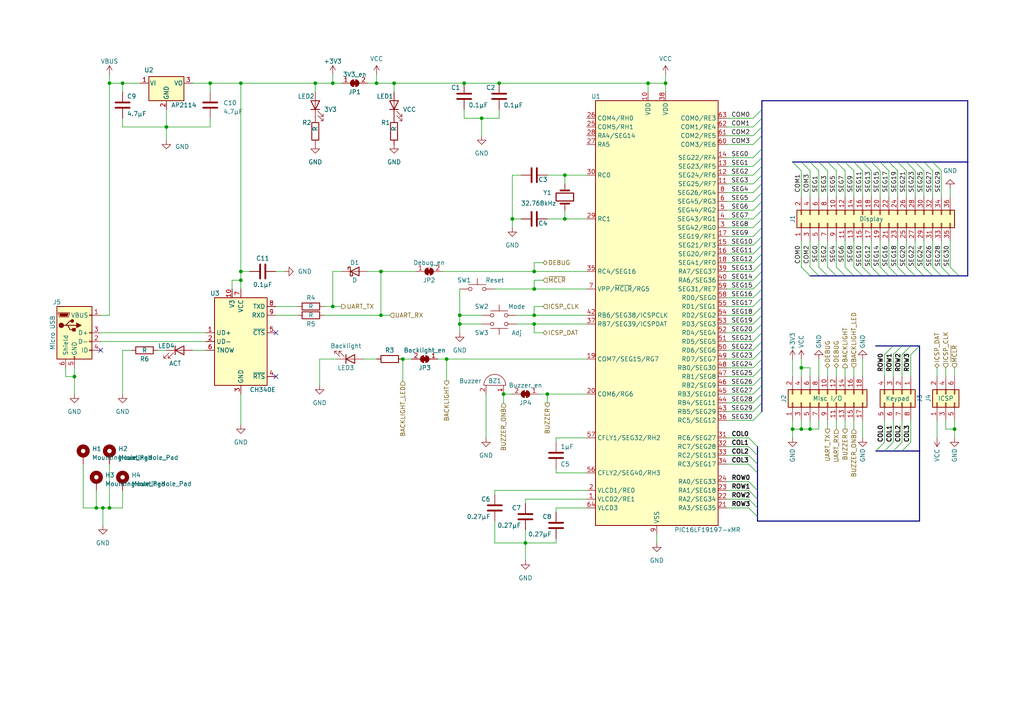
<source format=kicad_sch>
(kicad_sch (version 20221206) (generator eeschema)
  (paper "A4")
  (title_block (title "Power PIC Calculator Watch") (date "2022-05-12") (rev "2.0") (comment 1 "Designed by Rex McKinnon <0xff@rexploits.com>") (comment 2 "${KICAD_VERSION}"))
  (junction (at 35.56 24.13))
  (junction (at 31.75 24.13))
  (junction (at 148.59 63.5))
  (junction (at 158.75 114.3))
  (junction (at 133.35 91.44))
  (junction (at 232.41 106.68))
  (junction (at 187.96 24.13))
  (junction (at 110.49 78.74))
  (junction (at 29.845 147.32))
  (junction (at 139.7 34.29))
  (junction (at 21.59 109.22))
  (junction (at 69.85 24.13))
  (junction (at 152.4 157.48))
  (junction (at 163.83 50.8))
  (junction (at 133.35 93.98))
  (junction (at 69.85 78.74))
  (junction (at 232.41 124.46))
  (junction (at 154.94 83.82))
  (junction (at 60.96 24.13))
  (junction (at 91.44 24.13))
  (junction (at 129.54 104.14))
  (junction (at 154.94 93.98))
  (junction (at 96.52 24.13))
  (junction (at 31.75 147.32))
  (junction (at 234.95 124.46))
  (junction (at 276.86 124.46))
  (junction (at 154.94 91.44))
  (junction (at 229.87 124.46))
  (junction (at 114.3 24.13))
  (junction (at 116.84 104.14))
  (junction (at 280.67 46.99) (diameter 0.0127))
  (junction (at 134.62 24.13))
  (junction (at 163.83 63.5))
  (junction (at 154.94 78.74))
  (junction (at 110.49 91.44))
  (junction (at 193.04 24.13))
  (junction (at 109.22 24.13))
  (junction (at 48.26 36.83))
  (junction (at 69.85 81.28))
  (junction (at 146.05 114.3))
  (junction (at 27.94 147.32))
  (junction (at 144.78 24.13))
  (junction (at 266.7 130.81) (diameter 0.0127))
  (junction (at 96.52 88.9))
  (no_connect (at 80.01 96.52))
  (no_connect (at 80.01 109.22))
  (no_connect (at 29.21 101.6))
  (bus_entry (at 240.03 77.47) (size 2.54 2.54))
  (bus_entry (at 270.51 77.47) (size 2.54 2.54))
  (bus_entry (at 267.97 49.53) (size -2.54 -2.54))
  (bus_entry (at 218.44 66.04) (size 2.54 -2.54))
  (bus_entry (at 218.44 106.68) (size 2.54 -2.54))
  (bus_entry (at 218.44 71.12) (size 2.54 -2.54))
  (bus_entry (at 275.59 77.47) (size 2.54 2.54))
  (bus_entry (at 217.17 144.78) (size 2.54 2.54))
  (bus_entry (at 257.81 49.53) (size -2.54 -2.54))
  (bus_entry (at 218.44 55.88) (size 2.54 -2.54))
  (bus_entry (at 264.16 128.27) (size -2.54 2.54))
  (bus_entry (at 218.44 86.36) (size 2.54 -2.54))
  (bus_entry (at 242.57 77.47) (size 2.54 2.54))
  (bus_entry (at 218.44 36.83) (size 2.54 -2.54))
  (bus_entry (at 255.27 77.47) (size 2.54 2.54))
  (bus_entry (at 245.11 49.53) (size -2.54 -2.54))
  (bus_entry (at 218.44 50.8) (size 2.54 -2.54))
  (bus_entry (at 218.44 109.22) (size 2.54 -2.54))
  (bus_entry (at 264.16 102.87) (size 2.54 -2.54))
  (bus_entry (at 218.44 81.28) (size 2.54 -2.54))
  (bus_entry (at 218.44 60.96) (size 2.54 -2.54))
  (bus_entry (at 218.44 53.34) (size 2.54 -2.54))
  (bus_entry (at 217.17 134.62) (size 2.54 2.54))
  (bus_entry (at 250.19 77.47) (size 2.54 2.54))
  (bus_entry (at 261.62 128.27) (size -2.54 2.54))
  (bus_entry (at 218.44 91.44) (size 2.54 -2.54))
  (bus_entry (at 252.73 49.53) (size -2.54 -2.54))
  (bus_entry (at 218.44 93.98) (size 2.54 -2.54))
  (bus_entry (at 218.44 73.66) (size 2.54 -2.54))
  (bus_entry (at 218.44 88.9) (size 2.54 -2.54))
  (bus_entry (at 260.35 77.47) (size 2.54 2.54))
  (bus_entry (at 218.44 34.29) (size 2.54 -2.54))
  (bus_entry (at 273.05 77.47) (size 2.54 2.54))
  (bus_entry (at 256.54 128.27) (size -2.54 2.54))
  (bus_entry (at 257.81 77.47) (size 2.54 2.54))
  (bus_entry (at 234.95 77.47) (size 2.54 2.54))
  (bus_entry (at 218.44 68.58) (size 2.54 -2.54))
  (bus_entry (at 245.11 77.47) (size 2.54 2.54))
  (bus_entry (at 273.05 49.53) (size -2.54 -2.54))
  (bus_entry (at 255.27 49.53) (size -2.54 -2.54))
  (bus_entry (at 218.44 76.2) (size 2.54 -2.54))
  (bus_entry (at 217.17 132.08) (size 2.54 2.54))
  (bus_entry (at 262.89 77.47) (size 2.54 2.54))
  (bus_entry (at 234.95 49.53) (size -2.54 -2.54))
  (bus_entry (at 218.44 63.5) (size 2.54 -2.54))
  (bus_entry (at 217.17 129.54) (size 2.54 2.54))
  (bus_entry (at 217.17 127) (size 2.54 2.54))
  (bus_entry (at 262.89 49.53) (size -2.54 -2.54))
  (bus_entry (at 256.54 102.87) (size 2.54 -2.54))
  (bus_entry (at 250.19 49.53) (size -2.54 -2.54))
  (bus_entry (at 267.97 77.47) (size 2.54 2.54))
  (bus_entry (at 218.44 101.6) (size 2.54 -2.54))
  (bus_entry (at 218.44 119.38) (size 2.54 -2.54))
  (bus_entry (at 218.44 104.14) (size 2.54 -2.54))
  (bus_entry (at 237.49 77.47) (size 2.54 2.54))
  (bus_entry (at 260.35 49.53) (size -2.54 -2.54))
  (bus_entry (at 218.44 39.37) (size 2.54 -2.54))
  (bus_entry (at 218.44 78.74) (size 2.54 -2.54))
  (bus_entry (at 247.65 77.47) (size 2.54 2.54))
  (bus_entry (at 252.73 77.47) (size 2.54 2.54))
  (bus_entry (at 265.43 77.47) (size 2.54 2.54))
  (bus_entry (at 218.44 83.82) (size 2.54 -2.54))
  (bus_entry (at 237.49 49.53) (size -2.54 -2.54))
  (bus_entry (at 261.62 102.87) (size 2.54 -2.54))
  (bus_entry (at 247.65 49.53) (size -2.54 -2.54))
  (bus_entry (at 259.08 128.27) (size -2.54 2.54))
  (bus_entry (at 218.44 116.84) (size 2.54 -2.54))
  (bus_entry (at 218.44 45.72) (size 2.54 -2.54))
  (bus_entry (at 218.44 41.91) (size 2.54 -2.54))
  (bus_entry (at 259.08 102.87) (size 2.54 -2.54))
  (bus_entry (at 218.44 111.76) (size 2.54 -2.54))
  (bus_entry (at 234.95 80.01) (size -2.54 -2.54))
  (bus_entry (at 240.03 49.53) (size -2.54 -2.54))
  (bus_entry (at 218.44 48.26) (size 2.54 -2.54))
  (bus_entry (at 218.44 99.06) (size 2.54 -2.54))
  (bus_entry (at 217.17 139.7) (size 2.54 2.54))
  (bus_entry (at 217.17 147.32) (size 2.54 2.54))
  (bus_entry (at 270.51 49.53) (size -2.54 -2.54))
  (bus_entry (at 218.44 114.3) (size 2.54 -2.54))
  (bus_entry (at 218.44 58.42) (size 2.54 -2.54))
  (bus_entry (at 218.44 121.92) (size 2.54 -2.54))
  (bus_entry (at 265.43 49.53) (size -2.54 -2.54))
  (bus_entry (at 217.17 142.24) (size 2.54 2.54))
  (bus_entry (at 218.44 96.52) (size 2.54 -2.54))
  (bus_entry (at 232.41 49.53) (size -2.54 -2.54))
  (bus_entry (at 242.57 49.53) (size -2.54 -2.54))
  (wire (pts (xy 210.82 83.82) (xy 218.44 83.82)))
  (wire (pts (xy 152.4 157.48) (xy 152.4 153.67)))
  (wire (pts (xy 240.03 106.68) (xy 240.03 109.22)))
  (bus (pts (xy 266.7 100.33) (xy 264.16 100.33)))
  (wire (pts (xy 247.65 106.68) (xy 247.65 109.22)))
  (wire (pts (xy 96.52 21.59) (xy 96.52 24.13)))
  (wire (pts (xy 210.82 50.8) (xy 218.44 50.8)))
  (bus (pts (xy 220.98 50.8) (xy 220.98 53.34)))
  (wire (pts (xy 69.85 123.19) (xy 69.85 114.3)))
  (wire (pts (xy 170.18 50.8) (xy 163.83 50.8)))
  (wire (pts (xy 274.32 124.46) (xy 276.86 124.46)))
  (wire (pts (xy 146.05 114.3) (xy 148.59 114.3)))
  (bus (pts (xy 220.98 60.96) (xy 220.98 63.5)))
  (wire (pts (xy 128.27 78.74) (xy 154.94 78.74)))
  (bus (pts (xy 220.98 114.3) (xy 220.98 116.84)))
  (wire (pts (xy 210.82 41.91) (xy 218.44 41.91)))
  (bus (pts (xy 266.7 100.33) (xy 266.7 130.81)))
  (wire (pts (xy 229.87 124.46) (xy 229.87 127)))
  (wire (pts (xy 210.82 73.66) (xy 218.44 73.66)))
  (bus (pts (xy 245.11 46.99) (xy 247.65 46.99)))
  (wire (pts (xy 237.49 104.14) (xy 237.49 109.22)))
  (wire (pts (xy 19.05 109.22) (xy 21.59 109.22)))
  (wire (pts (xy 252.73 49.53) (xy 252.73 57.15)))
  (bus (pts (xy 220.98 68.58) (xy 220.98 71.12)))
  (wire (pts (xy 69.85 24.13) (xy 91.44 24.13)))
  (bus (pts (xy 255.27 80.01) (xy 257.81 80.01)))
  (bus (pts (xy 260.35 80.01) (xy 262.89 80.01)))
  (wire (pts (xy 114.3 24.13) (xy 114.3 26.67)))
  (bus (pts (xy 234.95 80.01) (xy 237.49 80.01)))
  (wire (pts (xy 232.41 124.46) (xy 229.87 124.46)))
  (wire (pts (xy 140.97 114.3) (xy 140.97 127)))
  (wire (pts (xy 146.05 114.3) (xy 146.05 116.84)))
  (wire (pts (xy 109.22 24.13) (xy 114.3 24.13)))
  (wire (pts (xy 210.82 91.44) (xy 218.44 91.44)))
  (wire (pts (xy 158.75 116.84) (xy 158.75 114.3)))
  (bus (pts (xy 229.87 46.99) (xy 232.41 46.99)))
  (wire (pts (xy 21.59 106.68) (xy 21.59 109.22)))
  (wire (pts (xy 261.62 121.92) (xy 261.62 128.27)))
  (wire (pts (xy 116.84 104.14) (xy 119.38 104.14)))
  (wire (pts (xy 210.82 60.96) (xy 218.44 60.96)))
  (wire (pts (xy 210.82 144.78) (xy 217.17 144.78)))
  (wire (pts (xy 35.56 26.67) (xy 35.56 24.13)))
  (wire (pts (xy 275.59 69.85) (xy 275.59 77.47)))
  (wire (pts (xy 21.59 109.22) (xy 21.59 114.3)))
  (wire (pts (xy 210.82 114.3) (xy 218.44 114.3)))
  (bus (pts (xy 220.98 29.21) (xy 220.98 31.75)))
  (wire (pts (xy 260.35 69.85) (xy 260.35 77.47)))
  (bus (pts (xy 220.98 66.04) (xy 220.98 68.58)))
  (wire (pts (xy 93.98 88.9) (xy 96.52 88.9)))
  (bus (pts (xy 220.98 55.88) (xy 220.98 58.42)))
  (wire (pts (xy 232.41 104.14) (xy 232.41 106.68)))
  (wire (pts (xy 161.29 157.48) (xy 152.4 157.48)))
  (wire (pts (xy 267.97 49.53) (xy 267.97 57.15)))
  (wire (pts (xy 109.22 24.13) (xy 106.68 24.13)))
  (wire (pts (xy 187.96 24.13) (xy 187.96 26.67)))
  (wire (pts (xy 29.21 99.06) (xy 59.69 99.06)))
  (bus (pts (xy 220.98 73.66) (xy 220.98 76.2)))
  (bus (pts (xy 219.71 132.08) (xy 219.71 134.62)))
  (wire (pts (xy 154.94 93.98) (xy 170.18 93.98)))
  (wire (pts (xy 96.52 78.74) (xy 96.52 88.9)))
  (wire (pts (xy 245.11 49.53) (xy 245.11 57.15)))
  (wire (pts (xy 31.75 134.62) (xy 31.75 147.32)))
  (bus (pts (xy 240.03 80.01) (xy 242.57 80.01)))
  (wire (pts (xy 259.08 102.87) (xy 259.08 109.22)))
  (wire (pts (xy 210.82 104.14) (xy 218.44 104.14)))
  (wire (pts (xy 170.18 144.78) (xy 152.4 144.78)))
  (wire (pts (xy 35.56 36.83) (xy 48.26 36.83)))
  (bus (pts (xy 265.43 80.01) (xy 267.97 80.01)))
  (wire (pts (xy 154.94 78.74) (xy 170.18 78.74)))
  (bus (pts (xy 242.57 46.99) (xy 245.11 46.99)))
  (wire (pts (xy 133.35 91.44) (xy 133.35 83.82)))
  (wire (pts (xy 210.82 39.37) (xy 218.44 39.37)))
  (wire (pts (xy 45.72 101.6) (xy 48.26 101.6)))
  (wire (pts (xy 210.82 68.58) (xy 218.44 68.58)))
  (wire (pts (xy 210.82 111.76) (xy 218.44 111.76)))
  (wire (pts (xy 237.49 124.46) (xy 234.95 124.46)))
  (wire (pts (xy 267.97 69.85) (xy 267.97 77.47)))
  (wire (pts (xy 193.04 21.59) (xy 193.04 24.13)))
  (bus (pts (xy 261.62 130.81) (xy 259.08 130.81)))
  (wire (pts (xy 210.82 101.6) (xy 218.44 101.6)))
  (wire (pts (xy 275.59 54.61) (xy 275.59 57.15)))
  (wire (pts (xy 229.87 104.14) (xy 229.87 109.22)))
  (bus (pts (xy 220.98 53.34) (xy 220.98 55.88)))
  (wire (pts (xy 234.95 121.92) (xy 234.95 124.46)))
  (wire (pts (xy 257.81 69.85) (xy 257.81 77.47)))
  (wire (pts (xy 69.85 81.28) (xy 69.85 83.82)))
  (wire (pts (xy 116.84 104.14) (xy 116.84 110.49)))
  (wire (pts (xy 99.06 24.13) (xy 96.52 24.13)))
  (wire (pts (xy 29.845 147.32) (xy 29.845 152.4)))
  (wire (pts (xy 35.56 142.24) (xy 35.56 147.32)))
  (wire (pts (xy 210.82 53.34) (xy 218.44 53.34)))
  (wire (pts (xy 234.95 109.22) (xy 234.95 106.68)))
  (wire (pts (xy 143.51 142.24) (xy 143.51 143.51)))
  (wire (pts (xy 67.31 83.82) (xy 67.31 81.28)))
  (wire (pts (xy 210.82 134.62) (xy 217.17 134.62)))
  (wire (pts (xy 144.78 34.29) (xy 139.7 34.29)))
  (wire (pts (xy 259.08 121.92) (xy 259.08 128.27)))
  (bus (pts (xy 242.57 80.01) (xy 245.11 80.01)))
  (wire (pts (xy 149.86 93.98) (xy 154.94 93.98)))
  (wire (pts (xy 92.71 104.14) (xy 92.71 111.76)))
  (wire (pts (xy 242.57 106.68) (xy 242.57 109.22)))
  (wire (pts (xy 274.32 121.92) (xy 274.32 124.46)))
  (bus (pts (xy 250.19 80.01) (xy 252.73 80.01)))
  (bus (pts (xy 273.05 80.01) (xy 275.59 80.01)))
  (wire (pts (xy 139.7 34.29) (xy 139.7 39.37)))
  (wire (pts (xy 240.03 121.92) (xy 240.03 124.46)))
  (wire (pts (xy 242.57 121.92) (xy 242.57 124.46)))
  (wire (pts (xy 154.94 83.82) (xy 170.18 83.82)))
  (bus (pts (xy 220.98 101.6) (xy 220.98 104.14)))
  (wire (pts (xy 149.86 91.44) (xy 154.94 91.44)))
  (wire (pts (xy 163.83 63.5) (xy 170.18 63.5)))
  (bus (pts (xy 220.98 36.83) (xy 220.98 39.37)))
  (bus (pts (xy 219.71 147.32) (xy 219.71 149.86)))
  (bus (pts (xy 220.98 48.26) (xy 220.98 50.8)))
  (wire (pts (xy 237.49 121.92) (xy 237.49 124.46)))
  (wire (pts (xy 245.11 69.85) (xy 245.11 77.47)))
  (wire (pts (xy 242.57 49.53) (xy 242.57 57.15)))
  (wire (pts (xy 151.13 50.8) (xy 148.59 50.8)))
  (wire (pts (xy 109.22 104.14) (xy 105.41 104.14)))
  (wire (pts (xy 163.83 60.96) (xy 163.83 63.5)))
  (wire (pts (xy 60.96 26.67) (xy 60.96 24.13)))
  (wire (pts (xy 148.59 63.5) (xy 151.13 63.5)))
  (wire (pts (xy 256.54 102.87) (xy 256.54 109.22)))
  (bus (pts (xy 219.71 151.13) (xy 266.7 151.13)))
  (wire (pts (xy 129.54 104.14) (xy 170.18 104.14)))
  (wire (pts (xy 161.29 127) (xy 161.29 128.27)))
  (wire (pts (xy 210.82 147.32) (xy 217.17 147.32)))
  (wire (pts (xy 210.82 121.92) (xy 218.44 121.92)))
  (wire (pts (xy 274.32 106.68) (xy 274.32 109.22)))
  (wire (pts (xy 91.44 24.13) (xy 91.44 26.67)))
  (bus (pts (xy 232.41 46.99) (xy 234.95 46.99)))
  (bus (pts (xy 220.98 106.68) (xy 220.98 109.22)))
  (wire (pts (xy 276.86 121.92) (xy 276.86 124.46)))
  (wire (pts (xy 143.51 151.13) (xy 143.51 157.48)))
  (bus (pts (xy 255.27 46.99) (xy 257.81 46.99)))
  (wire (pts (xy 242.57 69.85) (xy 242.57 77.47)))
  (wire (pts (xy 229.87 121.92) (xy 229.87 124.46)))
  (wire (pts (xy 255.27 49.53) (xy 255.27 57.15)))
  (bus (pts (xy 256.54 130.81) (xy 254 130.81)))
  (wire (pts (xy 261.62 102.87) (xy 261.62 109.22)))
  (bus (pts (xy 220.98 99.06) (xy 220.98 101.6)))
  (wire (pts (xy 133.35 93.98) (xy 133.35 91.44)))
  (wire (pts (xy 29.21 96.52) (xy 59.69 96.52)))
  (wire (pts (xy 144.78 31.75) (xy 144.78 34.29)))
  (wire (pts (xy 210.82 45.72) (xy 218.44 45.72)))
  (wire (pts (xy 232.41 106.68) (xy 234.95 106.68)))
  (wire (pts (xy 35.56 34.29) (xy 35.56 36.83)))
  (wire (pts (xy 154.94 76.2) (xy 157.48 76.2)))
  (bus (pts (xy 220.98 34.29) (xy 220.98 36.83)))
  (wire (pts (xy 170.18 147.32) (xy 161.29 147.32)))
  (wire (pts (xy 60.96 36.83) (xy 48.26 36.83)))
  (bus (pts (xy 219.71 144.78) (xy 219.71 147.32)))
  (bus (pts (xy 252.73 46.99) (xy 255.27 46.99)))
  (bus (pts (xy 237.49 80.01) (xy 240.03 80.01)))
  (bus (pts (xy 262.89 46.99) (xy 265.43 46.99)))
  (bus (pts (xy 237.49 46.99) (xy 240.03 46.99)))
  (wire (pts (xy 264.16 121.92) (xy 264.16 128.27)))
  (wire (pts (xy 245.11 121.92) (xy 245.11 124.46)))
  (wire (pts (xy 240.03 69.85) (xy 240.03 77.47)))
  (wire (pts (xy 245.11 106.68) (xy 245.11 109.22)))
  (wire (pts (xy 163.83 53.34) (xy 163.83 50.8)))
  (wire (pts (xy 38.1 101.6) (xy 35.56 101.6)))
  (wire (pts (xy 29.845 147.32) (xy 31.75 147.32)))
  (wire (pts (xy 210.82 66.04) (xy 218.44 66.04)))
  (bus (pts (xy 219.71 137.16) (xy 219.71 142.24)))
  (wire (pts (xy 250.19 69.85) (xy 250.19 77.47)))
  (wire (pts (xy 27.94 142.24) (xy 27.94 147.32)))
  (bus (pts (xy 266.7 130.81) (xy 266.7 151.13)))
  (bus (pts (xy 220.98 111.76) (xy 220.98 114.3)))
  (wire (pts (xy 55.88 24.13) (xy 60.96 24.13)))
  (wire (pts (xy 210.82 93.98) (xy 218.44 93.98)))
  (bus (pts (xy 220.98 88.9) (xy 220.98 91.44)))
  (wire (pts (xy 31.75 91.44) (xy 29.21 91.44)))
  (wire (pts (xy 154.94 96.52) (xy 154.94 93.98)))
  (wire (pts (xy 265.43 69.85) (xy 265.43 77.47)))
  (wire (pts (xy 158.75 63.5) (xy 163.83 63.5)))
  (wire (pts (xy 210.82 34.29) (xy 218.44 34.29)))
  (bus (pts (xy 220.98 83.82) (xy 220.98 86.36)))
  (wire (pts (xy 152.4 157.48) (xy 152.4 162.56)))
  (wire (pts (xy 154.94 81.28) (xy 154.94 83.82)))
  (wire (pts (xy 31.75 147.32) (xy 35.56 147.32)))
  (wire (pts (xy 69.85 78.74) (xy 69.85 81.28)))
  (wire (pts (xy 133.35 93.98) (xy 139.7 93.98)))
  (wire (pts (xy 60.96 34.29) (xy 60.96 36.83)))
  (bus (pts (xy 270.51 46.99) (xy 280.67 46.99)))
  (wire (pts (xy 154.94 96.52) (xy 157.48 96.52)))
  (bus (pts (xy 247.65 80.01) (xy 250.19 80.01)))
  (wire (pts (xy 96.52 78.74) (xy 99.06 78.74)))
  (wire (pts (xy 80.01 91.44) (xy 86.36 91.44)))
  (wire (pts (xy 232.41 124.46) (xy 234.95 124.46)))
  (wire (pts (xy 69.85 78.74) (xy 72.39 78.74)))
  (wire (pts (xy 190.5 154.94) (xy 190.5 157.48)))
  (bus (pts (xy 219.71 149.86) (xy 219.71 151.13)))
  (bus (pts (xy 267.97 46.99) (xy 270.51 46.99)))
  (wire (pts (xy 154.94 88.9) (xy 154.94 91.44)))
  (wire (pts (xy 257.81 49.53) (xy 257.81 57.15)))
  (bus (pts (xy 219.71 142.24) (xy 219.71 144.78)))
  (wire (pts (xy 210.82 58.42) (xy 218.44 58.42)))
  (wire (pts (xy 265.43 49.53) (xy 265.43 57.15)))
  (wire (pts (xy 91.44 24.13) (xy 96.52 24.13)))
  (wire (pts (xy 210.82 48.26) (xy 218.44 48.26)))
  (wire (pts (xy 210.82 116.84) (xy 218.44 116.84)))
  (wire (pts (xy 31.75 24.13) (xy 31.75 91.44)))
  (wire (pts (xy 232.41 49.53) (xy 232.41 57.15)))
  (wire (pts (xy 210.82 36.83) (xy 218.44 36.83)))
  (wire (pts (xy 110.49 78.74) (xy 120.65 78.74)))
  (wire (pts (xy 210.82 96.52) (xy 218.44 96.52)))
  (wire (pts (xy 158.75 50.8) (xy 163.83 50.8)))
  (wire (pts (xy 247.65 121.92) (xy 247.65 124.46)))
  (wire (pts (xy 210.82 88.9) (xy 218.44 88.9)))
  (wire (pts (xy 210.82 63.5) (xy 218.44 63.5)))
  (wire (pts (xy 129.54 104.14) (xy 129.54 110.49)))
  (wire (pts (xy 210.82 86.36) (xy 218.44 86.36)))
  (wire (pts (xy 35.56 24.13) (xy 40.64 24.13)))
  (wire (pts (xy 271.78 106.68) (xy 271.78 109.22)))
  (wire (pts (xy 24.13 134.62) (xy 24.13 147.32)))
  (wire (pts (xy 170.18 127) (xy 161.29 127)))
  (wire (pts (xy 144.78 24.13) (xy 187.96 24.13)))
  (bus (pts (xy 278.13 80.01) (xy 280.67 80.01)))
  (bus (pts (xy 220.98 58.42) (xy 220.98 60.96)))
  (wire (pts (xy 48.26 31.75) (xy 48.26 36.83)))
  (wire (pts (xy 210.82 132.08) (xy 217.17 132.08)))
  (bus (pts (xy 220.98 116.84) (xy 220.98 119.38)))
  (bus (pts (xy 280.67 80.01) (xy 280.67 46.99)))
  (wire (pts (xy 250.19 104.14) (xy 250.19 109.22)))
  (bus (pts (xy 259.08 130.81) (xy 256.54 130.81)))
  (wire (pts (xy 250.19 121.92) (xy 250.19 127)))
  (wire (pts (xy 210.82 55.88) (xy 218.44 55.88)))
  (bus (pts (xy 257.81 46.99) (xy 260.35 46.99)))
  (wire (pts (xy 250.19 49.53) (xy 250.19 57.15)))
  (bus (pts (xy 220.98 71.12) (xy 220.98 73.66)))
  (wire (pts (xy 210.82 71.12) (xy 218.44 71.12)))
  (wire (pts (xy 271.78 121.92) (xy 271.78 127)))
  (wire (pts (xy 93.98 91.44) (xy 110.49 91.44)))
  (wire (pts (xy 127 104.14) (xy 129.54 104.14)))
  (bus (pts (xy 220.98 63.5) (xy 220.98 66.04)))
  (wire (pts (xy 270.51 49.53) (xy 270.51 57.15)))
  (wire (pts (xy 48.26 36.83) (xy 48.26 40.64)))
  (wire (pts (xy 109.22 21.59) (xy 109.22 24.13)))
  (bus (pts (xy 220.98 39.37) (xy 220.98 43.18)))
  (wire (pts (xy 262.89 49.53) (xy 262.89 57.15)))
  (bus (pts (xy 234.95 46.99) (xy 237.49 46.99)))
  (wire (pts (xy 31.75 24.13) (xy 35.56 24.13)))
  (wire (pts (xy 237.49 69.85) (xy 237.49 77.47)))
  (bus (pts (xy 245.11 80.01) (xy 247.65 80.01)))
  (bus (pts (xy 240.03 46.99) (xy 242.57 46.99)))
  (wire (pts (xy 156.21 114.3) (xy 158.75 114.3)))
  (wire (pts (xy 262.89 69.85) (xy 262.89 77.47)))
  (bus (pts (xy 220.98 29.21) (xy 280.67 29.21)))
  (bus (pts (xy 267.97 80.01) (xy 270.51 80.01)))
  (wire (pts (xy 170.18 137.16) (xy 161.29 137.16)))
  (wire (pts (xy 210.82 78.74) (xy 218.44 78.74)))
  (wire (pts (xy 210.82 119.38) (xy 218.44 119.38)))
  (wire (pts (xy 157.48 81.28) (xy 154.94 81.28)))
  (wire (pts (xy 161.29 156.21) (xy 161.29 157.48)))
  (bus (pts (xy 261.62 130.81) (xy 266.7 130.81)))
  (wire (pts (xy 273.05 69.85) (xy 273.05 77.47)))
  (bus (pts (xy 220.98 45.72) (xy 220.98 48.26)))
  (wire (pts (xy 210.82 76.2) (xy 218.44 76.2)))
  (bus (pts (xy 220.98 109.22) (xy 220.98 111.76)))
  (wire (pts (xy 210.82 99.06) (xy 218.44 99.06)))
  (bus (pts (xy 257.81 80.01) (xy 260.35 80.01)))
  (bus (pts (xy 259.08 100.33) (xy 254 100.33)))
  (wire (pts (xy 31.75 21.59) (xy 31.75 24.13)))
  (bus (pts (xy 261.62 100.33) (xy 264.16 100.33)))
  (wire (pts (xy 143.51 83.82) (xy 154.94 83.82)))
  (wire (pts (xy 134.62 34.29) (xy 134.62 31.75)))
  (wire (pts (xy 60.96 24.13) (xy 69.85 24.13)))
  (wire (pts (xy 210.82 81.28) (xy 218.44 81.28)))
  (wire (pts (xy 210.82 142.24) (xy 217.17 142.24)))
  (bus (pts (xy 265.43 46.99) (xy 267.97 46.99)))
  (bus (pts (xy 220.98 31.75) (xy 220.98 34.29)))
  (bus (pts (xy 220.98 93.98) (xy 220.98 96.52)))
  (wire (pts (xy 240.03 49.53) (xy 240.03 57.15)))
  (wire (pts (xy 82.55 78.74) (xy 80.01 78.74)))
  (wire (pts (xy 256.54 121.92) (xy 256.54 128.27)))
  (wire (pts (xy 148.59 63.5) (xy 148.59 66.04)))
  (wire (pts (xy 210.82 106.68) (xy 218.44 106.68)))
  (bus (pts (xy 219.71 134.62) (xy 219.71 137.16)))
  (wire (pts (xy 255.27 69.85) (xy 255.27 77.47)))
  (wire (pts (xy 232.41 106.68) (xy 232.41 109.22)))
  (wire (pts (xy 276.86 106.68) (xy 276.86 109.22)))
  (wire (pts (xy 96.52 88.9) (xy 99.06 88.9)))
  (wire (pts (xy 247.65 49.53) (xy 247.65 57.15)))
  (wire (pts (xy 24.13 147.32) (xy 27.94 147.32)))
  (wire (pts (xy 234.95 49.53) (xy 234.95 57.15)))
  (bus (pts (xy 250.19 46.99) (xy 252.73 46.99)))
  (wire (pts (xy 152.4 144.78) (xy 152.4 146.05)))
  (wire (pts (xy 143.51 157.48) (xy 152.4 157.48)))
  (wire (pts (xy 193.04 24.13) (xy 187.96 24.13)))
  (wire (pts (xy 210.82 129.54) (xy 217.17 129.54)))
  (bus (pts (xy 220.98 81.28) (xy 220.98 83.82)))
  (bus (pts (xy 220.98 76.2) (xy 220.98 78.74)))
  (wire (pts (xy 19.05 106.68) (xy 19.05 109.22)))
  (wire (pts (xy 27.94 147.32) (xy 29.845 147.32)))
  (wire (pts (xy 55.88 101.6) (xy 59.69 101.6)))
  (wire (pts (xy 154.94 76.2) (xy 154.94 78.74)))
  (wire (pts (xy 158.75 114.3) (xy 170.18 114.3)))
  (wire (pts (xy 110.49 78.74) (xy 110.49 91.44)))
  (bus (pts (xy 262.89 80.01) (xy 265.43 80.01)))
  (bus (pts (xy 280.67 29.21) (xy 280.67 46.99)))
  (wire (pts (xy 193.04 26.67) (xy 193.04 24.13)))
  (wire (pts (xy 154.94 91.44) (xy 170.18 91.44)))
  (bus (pts (xy 220.98 96.52) (xy 220.98 99.06)))
  (bus (pts (xy 260.35 46.99) (xy 262.89 46.99)))
  (wire (pts (xy 161.29 147.32) (xy 161.29 148.59)))
  (wire (pts (xy 273.05 49.53) (xy 273.05 57.15)))
  (bus (pts (xy 220.98 43.18) (xy 220.98 45.72)))
  (bus (pts (xy 220.98 78.74) (xy 220.98 81.28)))
  (wire (pts (xy 237.49 49.53) (xy 237.49 57.15)))
  (wire (pts (xy 234.95 69.85) (xy 234.95 77.47)))
  (wire (pts (xy 134.62 24.13) (xy 144.78 24.13)))
  (wire (pts (xy 260.35 49.53) (xy 260.35 57.15)))
  (bus (pts (xy 219.71 129.54) (xy 219.71 132.08)))
  (wire (pts (xy 110.49 91.44) (xy 113.03 91.44)))
  (wire (pts (xy 232.41 121.92) (xy 232.41 124.46)))
  (wire (pts (xy 210.82 139.7) (xy 217.17 139.7)))
  (bus (pts (xy 259.08 100.33) (xy 261.62 100.33)))
  (bus (pts (xy 270.51 80.01) (xy 273.05 80.01)))
  (wire (pts (xy 161.29 137.16) (xy 161.29 135.89)))
  (wire (pts (xy 210.82 109.22) (xy 218.44 109.22)))
  (wire (pts (xy 69.85 24.13) (xy 69.85 78.74)))
  (wire (pts (xy 170.18 142.24) (xy 143.51 142.24)))
  (wire (pts (xy 148.59 50.8) (xy 148.59 63.5)))
  (wire (pts (xy 247.65 69.85) (xy 247.65 77.47)))
  (bus (pts (xy 220.98 91.44) (xy 220.98 93.98)))
  (bus (pts (xy 252.73 80.01) (xy 255.27 80.01)))
  (wire (pts (xy 157.48 88.9) (xy 154.94 88.9)))
  (wire (pts (xy 252.73 69.85) (xy 252.73 77.47)))
  (wire (pts (xy 232.41 69.85) (xy 232.41 77.47)))
  (bus (pts (xy 275.59 80.01) (xy 278.13 80.01)))
  (bus (pts (xy 247.65 46.99) (xy 250.19 46.99)))
  (wire (pts (xy 97.79 104.14) (xy 92.71 104.14)))
  (bus (pts (xy 220.98 86.36) (xy 220.98 88.9)))
  (wire (pts (xy 264.16 102.87) (xy 264.16 109.22)))
  (wire (pts (xy 210.82 127) (xy 217.17 127)))
  (wire (pts (xy 133.35 96.52) (xy 133.35 93.98)))
  (wire (pts (xy 80.01 88.9) (xy 86.36 88.9)))
  (wire (pts (xy 133.35 91.44) (xy 139.7 91.44)))
  (wire (pts (xy 106.68 78.74) (xy 110.49 78.74)))
  (wire (pts (xy 114.3 24.13) (xy 134.62 24.13)))
  (wire (pts (xy 67.31 81.28) (xy 69.85 81.28)))
  (wire (pts (xy 276.86 124.46) (xy 276.86 127)))
  (wire (pts (xy 139.7 34.29) (xy 134.62 34.29)))
  (wire (pts (xy 35.56 101.6) (xy 35.56 114.3)))
  (bus (pts (xy 220.98 104.14) (xy 220.98 106.68)))
  (wire (pts (xy 270.51 69.85) (xy 270.51 77.47)))
  (label "SEG4" (at 242.57 71.12 270))
  (label "ROW3" (at 212.09 147.32 0) (effects (font bold)))
  (label "SEG10" (at 212.09 71.12 0))
  (label "SEG6" (at 245.11 71.12 270))
  (label "SEG19" (at 260.35 55.88 90))
  (label "SEG8" (at 212.09 66.04 0))
  (label "SEG2" (at 212.09 50.8 0))
  (label "SEG27" (at 270.51 55.88 90))
  (label "SEG17" (at 212.09 88.9 0))
  (label "SEG26" (at 270.51 71.12 270))
  (label "ROW2" (at 212.09 144.78 0) (effects (font bold)))
  (label "SEG9" (at 212.09 68.58 0))
  (label "SEG30" (at 275.59 71.12 270))
  (label "SEG11" (at 212.09 73.66 0))
  (label "COL0" (at 212.09 127 0) (effects (font bold)))
  (label "SEG24" (at 212.09 106.68 0))
  (label "SEG13" (at 252.73 55.88 90))
  (label "SEG5" (at 212.09 58.42 0))
  (label "SEG3" (at 240.03 55.88 90))
  (label "SEG15" (at 212.09 83.82 0))
  (label "SEG20" (at 212.09 96.52 0))
  (label "SEG30" (at 212.09 121.92 0))
  (label "COL1" (at 212.09 129.54 0) (effects (font bold)))
  (label "SEG15" (at 255.27 55.88 90))
  (label "SEG29" (at 212.09 119.38 0))
  (label "SEG23" (at 212.09 104.14 0))
  (label "ROW0" (at 212.09 139.7 0) (effects (font bold)))
  (label "SEG14" (at 255.27 71.12 270))
  (label "SEG7" (at 212.09 63.5 0))
  (label "SEG28" (at 212.09 116.84 0))
  (label "SEG0" (at 237.49 71.12 270))
  (label "SEG24" (at 267.97 71.12 270))
  (label "SEG22" (at 212.09 101.6 0))
  (label "SEG19" (at 212.09 93.98 0))
  (label "SEG11" (at 250.19 55.88 90))
  (label "SEG13" (at 212.09 78.74 0))
  (label "SEG2" (at 240.03 71.12 270))
  (label "SEG10" (at 250.19 71.12 270))
  (label "COL3" (at 264.16 123.19 270) (effects (font bold)))
  (label "ROW1" (at 212.09 142.24 0) (effects (font bold)))
  (label "SEG4" (at 212.09 55.88 0))
  (label "COM1" (at 232.41 55.88 90))
  (label "ROW2" (at 261.62 107.95 90) (effects (font bold)))
  (label "SEG12" (at 252.73 71.12 270))
  (label "ROW0" (at 256.54 107.95 90) (effects (font bold)))
  (label "SEG8" (at 247.65 71.12 270))
  (label "SEG12" (at 212.09 76.2 0))
  (label "COM3" (at 212.09 41.91 0))
  (label "SEG22" (at 265.43 71.12 270))
  (label "COL3" (at 212.09 134.62 0) (effects (font bold)))
  (label "SEG21" (at 262.89 55.88 90))
  (label "SEG28" (at 273.05 71.12 270))
  (label "SEG16" (at 212.09 86.36 0))
  (label "SEG9" (at 247.65 55.88 90))
  (label "SEG5" (at 242.57 55.88 90))
  (label "COM0" (at 232.41 71.12 270))
  (label "SEG1" (at 237.49 55.88 90))
  (label "SEG18" (at 212.09 91.44 0))
  (label "COM2" (at 234.95 71.12 270))
  (label "SEG27" (at 212.09 114.3 0))
  (label "SEG23" (at 265.43 55.88 90))
  (label "SEG21" (at 212.09 99.06 0))
  (label "SEG14" (at 212.09 81.28 0))
  (label "COM3" (at 234.95 55.88 90))
  (label "SEG0" (at 212.09 45.72 0))
  (label "SEG20" (at 262.89 71.12 270))
  (label "SEG25" (at 212.09 109.22 0))
  (label "SEG16" (at 257.81 71.12 270))
  (label "ROW3" (at 264.16 107.95 90) (effects (font bold)))
  (label "SEG1" (at 212.09 48.26 0))
  (label "SEG17" (at 257.81 55.88 90))
  (label "COL2" (at 212.09 132.08 0) (effects (font bold)))
  (label "SEG25" (at 267.97 55.88 90))
  (label "COM1" (at 212.09 36.83 0))
  (label "SEG18" (at 260.35 71.12 270))
  (label "SEG6" (at 212.09 60.96 0))
  (label "COM0" (at 212.09 34.29 0))
  (label "SEG3" (at 212.09 53.34 0))
  (label "SEG7" (at 245.11 55.88 90))
  (label "COM2" (at 212.09 39.37 0))
  (label "SEG26" (at 212.09 111.76 0))
  (label "COL1" (at 259.08 123.19 270) (effects (font bold)))
  (label "COL2" (at 261.62 123.19 270) (effects (font bold)))
  (label "COL0" (at 256.54 123.19 270) (effects (font bold)))
  (label "SEG29" (at 273.05 55.88 90))
  (label "ROW1" (at 259.08 107.95 90) (effects (font bold)))
  (hierarchical_label "BACKLIGHT" (shape output) (at 245.11 106.68 90))
  (hierarchical_label "UART_RX" (shape input) (at 113.03 91.44 0))
  (hierarchical_label "ICSP_DAT" (shape bidirectional) (at 271.78 106.68 90))
  (hierarchical_label "ICSP_CLK" (shape input) (at 274.32 106.68 90))
  (hierarchical_label "BACKLIGHT_LED" (shape input) (at 116.84 110.49 270))
  (hierarchical_label "BACKLIGHT_LED" (shape input) (at 247.65 106.68 90))
  (hierarchical_label "UART_RX" (shape input) (at 242.57 124.46 270))
  (hierarchical_label "UART_TX" (shape output) (at 99.06 88.9 0))
  (hierarchical_label "BUZZER" (shape output) (at 158.75 116.84 270))
  (hierarchical_label "ICSP_DAT" (shape bidirectional) (at 157.48 96.52 0))
  (hierarchical_label "~{MCLR}" (shape input) (at 276.86 106.68 90))
  (hierarchical_label "UART_TX" (shape output) (at 240.03 124.46 270))
  (hierarchical_label "BACKLIGHT" (shape output) (at 129.54 110.49 270))
  (hierarchical_label "DEBUG" (shape bidirectional) (at 240.03 106.68 90))
  (hierarchical_label "DEBUG" (shape bidirectional) (at 157.48 76.2 0))
  (hierarchical_label "ICSP_CLK" (shape input) (at 157.48 88.9 0))
  (hierarchical_label "BUZZER" (shape output) (at 245.11 124.46 270))
  (hierarchical_label "~{MCLR}" (shape input) (at 157.48 81.28 0))
  (hierarchical_label "BUZZER_ONB" (shape input) (at 247.65 124.46 270))
  (hierarchical_label "DEBUG" (shape bidirectional) (at 242.57 106.68 90))
  (hierarchical_label "BUZZER_ONB" (shape input) (at 146.05 116.84 270))
  (symbol (lib_id "Device:LED") (at 114.3 30.48 90) (unit 1)
    (property "Reference" "LED1" (at 109.22 27.94 90) (effects (justify right)))
    (property "Value" "VCC" (at 116.84 31.75 90) (effects (justify right)))
    (property "Footprint" "LED_SMD:LED_0603_1608Metric" (effects hide))
  )
  (symbol (lib_id "Device:R") (at 113.03 104.14 270) (mirror x) (unit 1)
    (property "Reference" "R3" (at 113.03 101.6 90))
    (property "Value" "TBD" (effects hide))
    (property "Footprint" "Resistor_SMD:R_0603_1608Metric" (effects hide))
  )
  (symbol (lib_id "Device:R") (at 41.91 101.6 270) (unit 1)
    (property "Reference" "R6" (at 41.91 104.14 90))
    (property "Value" "R" (at 41.91 101.6 90))
    (property "Footprint" "Resistor_SMD:R_0603_1608Metric" (effects hide))
  )
  (symbol (lib_id "Device:LED") (at 91.44 30.48 90) (unit 1)
    (property "Reference" "LED2" (at 86.36 27.94 90) (effects (justify right)))
    (property "Value" "3V3" (at 93.98 31.75 90) (effects (justify right)))
    (property "Footprint" "LED_SMD:LED_0603_1608Metric" (effects hide))
  )
  (symbol (lib_id "power:VCC") (at 109.22 21.59 0) (unit 1)
    (property "Reference" "#PWR03" (effects hide))
    (property "Value" "VCC" (at 109.22 17.78 0) (effects (justify bottom)))
  )
  (symbol (lib_id "Connector_Generic:Conn_02x04_Counter_Clockwise") (at 261.62 114.3 270) (unit 1)
    (property "Reference" "J3" (at 266.7 115.57 0))
    (property "Value" "Keypad" (at 260.35 115.57 90))
    (property "Footprint" "Connector_PinHeader_2.54mm:PinHeader_2x04_P2.54mm_Vertical" (effects hide))
  )
  (symbol (lib_name "GND_1") (lib_id "power:GND") (at 229.87 127 0) (unit 1)
    (property "Reference" "#PWR032" (effects hide))
    (property "Value" "GND" (at 229.87 132.08 90))
  )
  (symbol (lib_name "VCC_1") (lib_id "power:VCC") (at 232.41 104.14 0) (unit 1)
    (property "Reference" "#PWR04" (effects hide))
    (property "Value" "VCC" (at 232.41 99.06 90))
  )
  (symbol (lib_id "Connector:USB_B_Micro") (at 21.59 96.52 0) (unit 1)
    (property "Reference" "J5" (at 16.51 87.63 0))
    (property "Value" "Micro USB" (at 15.24 96.52 90))
    (property "Footprint" "UPL-Connectors:USB_Micro-B_Receptacle_AdamTech_MCR-B-S-RA-SMT-CS5A-NF-TR" (effects hide))
  )
  (symbol (lib_id "power:GND") (at 275.59 54.61 180) (unit 1)
    (property "Reference" "#PWR0111" (effects hide))
    (property "Value" "GND" (at 275.59 49.53 0))
  )
  (symbol (lib_id "Mechanical:MountingHole_Pad") (at 31.75 132.08 0) (unit 1)
    (property "Reference" "H2" (at 34.29 130.175 0) (effects (justify left)))
    (property "Value" "MountingHole_Pad" (at 34.29 132.715 0) (effects (justify left)))
    (property "Footprint" "MountingHole:MountingHole_2.2mm_M2_Pad_Via" (effects hide))
  )
  (symbol (lib_id "Device:C") (at 161.29 152.4 0) (mirror y) (unit 1)
    (property "Reference" "C8" (at 160.02 149.86 0) (effects (justify left)))
    (property "Value" "0.27μF" (at 160.02 154.94 0) (effects (justify left)))
    (property "Footprint" "Capacitor_SMD:C_0603_1608Metric" (effects hide))
  )
  (symbol (lib_id "Mechanical:MountingHole_Pad") (at 27.94 139.7 0) (unit 1)
    (property "Reference" "H3" (at 30.48 137.795 0) (effects (justify left)))
    (property "Value" "MountingHole_Pad" (at 30.48 140.335 0) (effects (justify left)))
    (property "Footprint" "MountingHole:MountingHole_2.2mm_M2_Pad_Via" (effects hide))
  )
  (symbol (lib_name "VCC_1") (lib_id "power:VCC") (at 271.78 127 180) (unit 1)
    (property "Reference" "#PWR05" (effects hide))
    (property "Value" "VCC" (at 271.78 132.08 90))
  )
  (symbol (lib_id "Device:D_Schottky") (at 102.87 78.74 0) (unit 1)
    (property "Reference" "D1" (at 102.87 76.2 0))
    (property "Value" "D" (at 102.87 81.28 0))
    (property "Footprint" "Diode_SMD:D_SOD-323" (effects hide))
    (property "Sim.Device" "D" (effects hide))
    (property "Sim.Pins" "1=K 2=A" (effects hide))
  )
  (symbol (lib_id "power:GND") (at 82.55 78.74 90) (unit 1)
    (property "Reference" "#PWR0115" (effects hide))
    (property "Value" "GND" (at 86.36 78.74 90) (effects (justify right)))
  )
  (symbol (lib_id "Device:LED") (at 52.07 101.6 0) (unit 1)
    (property "Reference" "LED4" (at 48.26 100.33 0))
    (property "Value" "ACT" (at 50.8 105.41 0))
    (property "Footprint" "LED_SMD:LED_0603_1608Metric" (effects hide))
  )
  (symbol (lib_id "Device:C") (at 154.94 63.5 270) (unit 1)
    (property "Reference" "C4" (at 157.48 64.77 90))
    (property "Value" "TBD" (effects hide))
    (property "Footprint" "Capacitor_SMD:C_0603_1608Metric" (effects hide))
  )
  (symbol (lib_id "Device:C") (at 35.56 30.48 0) (unit 1)
    (property "Reference" "C9" (at 36.83 27.94 0) (effects (justify left)))
    (property "Value" "4.7µF" (at 36.83 33.02 0) (effects (justify left)))
    (property "Footprint" "Capacitor_SMD:C_1206_3216Metric" (effects hide))
  )
  (symbol (lib_id "Mechanical:MountingHole_Pad") (at 24.13 132.08 0) (unit 1)
    (property "Reference" "H1" (at 26.67 130.175 0) (effects (justify left)))
    (property "Value" "MountingHole_Pad" (at 26.67 132.715 0) (effects (justify left)))
    (property "Footprint" "MountingHole:MountingHole_2.2mm_M2_Pad_Via" (effects hide))
  )
  (symbol (lib_id "Device:C") (at 143.51 147.32 0) (mirror y) (unit 1)
    (property "Reference" "C6" (at 142.24 144.78 0) (effects (justify left)))
    (property "Value" "0.27μF" (at 142.24 149.86 0) (effects (justify left)))
    (property "Footprint" "Capacitor_SMD:C_0603_1608Metric" (effects hide))
  )
  (symbol (lib_name "GND_1") (lib_id "power:GND") (at 276.86 127 0) (unit 1)
    (property "Reference" "#PWR036" (effects hide))
    (property "Value" "GND" (at 276.86 132.08 90))
  )
  (symbol (lib_id "Device:R") (at 91.44 38.1 0) (unit 1)
    (property "Reference" "R2" (at 87.63 35.56 0) (effects (justify left)))
    (property "Value" "R" (at 91.44 38.1 90) (effects (justify left)))
    (property "Footprint" "Resistor_SMD:R_0603_1608Metric" (effects hide))
  )
  (symbol (lib_id "Mechanical:MountingHole_Pad") (at 35.56 139.7 0) (unit 1)
    (property "Reference" "H4" (at 38.1 137.795 0) (effects (justify left)))
    (property "Value" "MountingHole_Pad" (at 38.1 140.335 0) (effects (justify left)))
    (property "Footprint" "MountingHole:MountingHole_2.2mm_M2_Pad_Via" (effects hide))
  )
  (symbol (lib_id "Device:C") (at 60.96 30.48 0) (unit 1)
    (property "Reference" "C10" (at 64.77 29.845 0) (effects (justify left)))
    (property "Value" "4.7µF" (at 64.77 32.385 0) (effects (justify left)))
    (property "Footprint" "Capacitor_SMD:C_1206_3216Metric" (effects hide))
  )
  (symbol (lib_id "Jumper:SolderJumper_2_Bridged") (at 152.4 114.3 180) (unit 1)
    (property "Reference" "JP4" (at 152.4 116.84 0))
    (property "Value" "Buzzer_en" (at 152.4 111.76 0))
    (property "Footprint" "Jumper:SolderJumper-2_P1.3mm_Bridged2Bar_RoundedPad1.0x1.5mm" (effects hide))
  )
  (symbol (lib_name "GND_3") (lib_id "power:GND") (at 69.85 123.19 0) (unit 1)
    (property "Reference" "#PWR020" (effects hide))
    (property "Value" "GND" (at 69.85 128.27 0))
  )
  (symbol (lib_name "GND_2") (lib_id "power:GND") (at 35.56 114.3 0) (unit 1)
    (property "Reference" "#PWR019" (effects hide))
    (property "Value" "GND" (at 35.56 119.38 0))
  )
  (symbol (lib_id "Jumper:SolderJumper_2_Bridged") (at 124.46 78.74 0) (unit 1)
    (property "Reference" "JP2" (at 124.46 81.28 0))
    (property "Value" "Debug_en" (at 124.46 76.2 0))
    (property "Footprint" "Jumper:SolderJumper-2_P1.3mm_Bridged2Bar_RoundedPad1.0x1.5mm" (effects hide))
  )
  (symbol (lib_id "Device:C") (at 134.62 27.94 0) (unit 1)
    (property "Reference" "C1" (at 130.81 25.4 0) (effects (justify left)))
    (property "Value" "0.1µF" (at 135.89 30.48 0) (effects (justify left)))
    (property "Footprint" "Capacitor_SMD:C_0603_1608Metric" (effects hide))
  )
  (symbol (lib_id "Device:R") (at 90.17 88.9 90) (unit 1)
    (property "Reference" "R4" (at 90.17 86.36 90))
    (property "Value" "R" (at 90.17 88.9 90))
    (property "Footprint" "Resistor_SMD:R_0603_1608Metric" (effects hide))
  )
  (symbol (lib_name "GND_1") (lib_id "power:GND") (at 250.19 127 0) (unit 1)
    (property "Reference" "#PWR033" (effects hide))
    (property "Value" "GND" (at 250.19 132.08 90))
  )
  (symbol (lib_id "MCU_Microchip_PIC16:PIC16LF19197-xMR") (at 190.5 74.93 0) (unit 1)
    (property "Reference" "U1" (at 171.45 27.94 0) (effects (justify left)))
    (property "Value" "PIC16LF19197-xMR" (at 195.58 153.67 0) (effects (justify left)))
    (property "Footprint" "Package_DFN_QFN:QFN-64-1EP_9x9mm_P0.5mm_EP5.4x5.4mm" (effects hide))
    (property "Datasheet" "http://ww1.microchip.com/downloads/en/DeviceDoc/PIC16LF19195-6-7-Data-Sheet-40001873D.pdf" (effects hide))
  )
  (symbol (lib_id "power:GND") (at 91.44 41.91 0) (unit 1)
    (property "Reference" "#PWR0114" (effects hide))
    (property "Value" "GND" (at 91.44 46.99 0))
  )
  (symbol (lib_name "GND_1") (lib_id "power:GND") (at 140.97 127 0) (unit 1)
    (property "Reference" "#PWR024" (effects hide))
    (property "Value" "GND" (at 140.97 132.08 0))
  )
  (symbol (lib_id "power:+3V3") (at 96.52 21.59 0) (unit 1)
    (property "Reference" "#PWR08" (effects hide))
    (property "Value" "+3V3" (at 96.52 17.78 0))
  )
  (symbol (lib_name "GND_1") (lib_id "power:GND") (at 133.35 96.52 0) (unit 1)
    (property "Reference" "#PWR023" (effects hide))
    (property "Value" "GND" (at 133.35 101.6 0))
  )
  (symbol (lib_name "GND_1") (lib_id "power:GND") (at 152.4 162.56 0) (mirror y) (unit 1)
    (property "Reference" "#PWR027" (effects hide))
    (property "Value" "GND" (at 152.4 167.64 0))
  )
  (symbol (lib_id "Switch:SW_Push") (at 138.43 83.82 0) (unit 1)
    (property "Reference" "SW1" (at 134.62 81.28 0))
    (property "Value" "Reset" (at 143.51 81.28 0))
    (property "Footprint" "UPL-Switches:Button_Push_SPST_C&K_PTS647Sx38SMTR2LFS" (effects hide))
  )
  (symbol (lib_id "Device:C") (at 144.78 27.94 0) (unit 1)
    (property "Reference" "C2" (at 140.97 25.4 0) (effects (justify left)))
    (property "Value" "0.1µF" (at 146.05 30.48 0) (effects (justify left)))
    (property "Footprint" "Capacitor_SMD:C_0603_1608Metric" (effects hide))
  )
  (symbol (lib_name "GND_1") (lib_id "power:GND") (at 29.845 152.4 0) (unit 1)
    (property "Reference" "#PWR031" (effects hide))
    (property "Value" "GND" (at 29.845 157.48 0))
  )
  (symbol (lib_id "power:VCC") (at 193.04 21.59 0) (unit 1)
    (property "Reference" "#PWR01" (effects hide))
    (property "Value" "VCC" (at 193.04 17.78 0) (effects (justify bottom)))
  )
  (symbol (lib_id "Connector_Generic:Conn_02x18_Odd_Even") (at 252.73 64.77 90) (unit 1)
    (property "Reference" "J1" (at 229.87 63.5 0))
    (property "Value" "Display" (at 252.73 63.5 90))
    (property "Footprint" "Connector_PinHeader_2.54mm:PinHeader_2x18_P2.54mm_Vertical" (effects hide))
  )
  (symbol (lib_id "power:+3V3") (at 229.87 104.14 0) (unit 1)
    (property "Reference" "#PWR02" (effects hide))
    (property "Value" "+3V3" (at 229.87 99.06 90))
  )
  (symbol (lib_name "GND_1") (lib_id "power:GND") (at 250.19 104.14 180) (unit 1)
    (property "Reference" "#PWR035" (effects hide))
    (property "Value" "GND" (at 250.19 99.06 90))
  )
  (symbol (lib_id "Connector_Generic:Conn_02x03_Odd_Even") (at 274.32 116.84 90) (unit 1)
    (property "Reference" "J4" (at 269.24 114.3 0) (effects (justify right)))
    (property "Value" "ICSP" (at 274.32 115.57 90))
    (property "Footprint" "Connector_PinHeader_2.54mm:PinHeader_2x03_P2.54mm_Vertical" (effects hide))
  )
  (symbol (lib_id "Device:R") (at 114.3 38.1 0) (unit 1)
    (property "Reference" "R1" (at 110.49 35.56 0) (effects (justify left)))
    (property "Value" "R" (at 114.3 38.1 90) (effects (justify left)))
    (property "Footprint" "Resistor_SMD:R_0603_1608Metric" (effects hide))
  )
  (symbol (lib_id "Device:C") (at 154.94 50.8 270) (unit 1)
    (property "Reference" "C3" (at 157.48 52.07 90))
    (property "Value" "TBD" (effects hide))
    (property "Footprint" "Capacitor_SMD:C_0603_1608Metric" (effects hide))
  )
  (symbol (lib_id "Switch:SW_Push") (at 144.78 91.44 0) (unit 1)
    (property "Reference" "SW2" (at 139.7 88.9 0))
    (property "Value" "Mode" (at 149.86 88.9 0))
    (property "Footprint" "UPL-Switches:Button_Push_SPST_C&K_PTS647Sx38SMTR2LFS" (effects hide))
  )
  (symbol (lib_id "Device:Buzzer") (at 143.51 111.76 270) (mirror x) (unit 1)
    (property "Reference" "BZ1" (at 143.51 110.49 90))
    (property "Value" "Buzzer" (at 139.7 110.49 90) (effects (justify right)))
    (property "Footprint" "powerpic-devboard:Buzzer_12.2x6.5RM5" (effects hide))
  )
  (symbol (lib_id "Jumper:SolderJumper_2_Bridged") (at 123.19 104.14 180) (unit 1)
    (property "Reference" "JP3" (at 123.19 106.68 0))
    (property "Value" "Backlight_en" (at 123.19 101.6 0))
    (property "Footprint" "Jumper:SolderJumper-2_P1.3mm_Bridged2Bar_RoundedPad1.0x1.5mm" (effects hide))
  )
  (symbol (lib_id "power:GND") (at 139.7 39.37 0) (unit 1)
    (property "Reference" "#PWR0112" (effects hide))
    (property "Value" "GND" (at 139.7 44.45 0))
  )
  (symbol (lib_id "Device:C") (at 76.2 78.74 270) (unit 1)
    (property "Reference" "C11" (at 76.2 74.93 90))
    (property "Value" "0.1µF" (at 76.2 82.55 90))
    (property "Footprint" "Capacitor_SMD:C_0603_1608Metric" (effects hide))
  )
  (symbol (lib_id "Interface_USB:CH340E") (at 69.85 99.06 0) (unit 1)
    (property "Reference" "U3" (at 60.96 85.09 0) (effects (justify left)))
    (property "Value" "CH340E" (at 72.39 113.03 0) (effects (justify left)))
    (property "Footprint" "Package_SO:MSOP-10_3x3mm_P0.5mm" (effects hide))
    (property "Datasheet" "https://www.mpja.com/download/35227cpdata.pdf" (effects hide))
  )
  (symbol (lib_id "Device:R") (at 90.17 91.44 90) (unit 1)
    (property "Reference" "R5" (at 90.17 93.98 90))
    (property "Value" "R" (at 90.17 91.44 90))
    (property "Footprint" "Resistor_SMD:R_0603_1608Metric" (effects hide))
  )
  (symbol (lib_id "Connector_Generic:Conn_02x09_Odd_Even") (at 240.03 116.84 90) (unit 1)
    (property "Reference" "J2" (at 227.33 116.84 0) (effects (justify left)))
    (property "Value" "Misc I/O" (at 240.03 115.57 90))
    (property "Footprint" "Connector_PinHeader_2.54mm:PinHeader_2x09_P2.54mm_Vertical" (effects hide))
  )
  (symbol (lib_id "Switch:SW_Push") (at 144.78 93.98 180) (unit 1)
    (property "Reference" "SW3" (at 139.7 96.52 0))
    (property "Value" "Adj" (at 149.86 96.52 0))
    (property "Footprint" "UPL-Switches:Button_Push_SPST_C&K_PTS647Sx38SMTR2LFS" (effects hide))
  )
  (symbol (lib_id "Regulator_Linear:AP7361C-33E") (at 48.26 24.13 0) (unit 1)
    (property "Reference" "U2" (at 43.18 20.32 0))
    (property "Value" "AP2114" (at 53.34 30.48 0))
    (property "Footprint" "Package_TO_SOT_SMD:SOT-223-3_TabPin2" (effects hide))
    (property "Datasheet" "https://www.diodes.com/assets/Datasheets/AP7361C.pdf" (effects hide))
  )
  (symbol (lib_id "Device:Crystal") (at 163.83 57.15 270) (unit 1)
    (property "Reference" "Y1" (at 158.75 55.88 90))
    (property "Value" "32.768kHz" (at 156.21 59.69 90) (effects (justify bottom)))
    (property "Footprint" "Crystal:Crystal_SMD_MicroCrystal_CC7V-T1A-2Pin_3.2x1.5mm" (effects hide))
  )
  (symbol (lib_id "Device:LED") (at 101.6 104.14 0) (mirror x) (unit 1)
    (property "Reference" "LED3" (at 100.33 106.68 0))
    (property "Value" "Backlight" (at 100.33 100.33 0))
    (property "Footprint" "LED_SMD:LED_0603_1608Metric" (effects hide))
  )
  (symbol (lib_name "GND_1") (lib_id "power:GND") (at 92.71 111.76 0) (unit 1)
    (property "Reference" "#PWR025" (effects hide))
    (property "Value" "GND" (at 92.71 116.84 0))
  )
  (symbol (lib_id "power:VBUS") (at 31.75 21.59 0) (unit 1)
    (property "Reference" "#PWR018" (effects hide))
    (property "Value" "VBUS" (at 31.75 17.78 0))
  )
  (symbol (lib_id "power:GND") (at 48.26 40.64 0) (unit 1)
    (property "Reference" "#PWR0110" (effects hide))
    (property "Value" "GND" (at 50.8 42.545 0) (effects (justify left)))
  )
  (symbol (lib_id "Device:C") (at 161.29 132.08 0) (mirror x) (unit 1)
    (property "Reference" "C5" (at 162.56 134.62 0) (effects (justify left)))
    (property "Value" "1μF" (at 162.56 129.54 0) (effects (justify left)))
    (property "Footprint" "Capacitor_SMD:C_0603_1608Metric" (effects hide))
  )
  (symbol (lib_id "power:GND") (at 114.3 41.91 0) (unit 1)
    (property "Reference" "#PWR0113" (effects hide))
    (property "Value" "GND" (at 114.3 46.99 0))
  )
  (symbol (lib_name "GND_1") (lib_id "power:GND") (at 190.5 157.48 0) (unit 1)
    (property "Reference" "#PWR026" (effects hide))
    (property "Value" "GND" (at 190.5 162.56 0))
  )
  (symbol (lib_id "Device:C") (at 152.4 149.86 0) (mirror y) (unit 1)
    (property "Reference" "C7" (at 151.13 147.32 0) (effects (justify left)))
    (property "Value" "0.27μF" (at 151.13 152.4 0) (effects (justify left)))
    (property "Footprint" "Capacitor_SMD:C_0603_1608Metric" (effects hide))
  )
  (symbol (lib_id "power:GND") (at 148.59 66.04 0) (unit 1)
    (property "Reference" "#PWR0109" (effects hide))
    (property "Value" "GND" (at 148.59 71.12 0))
  )
  (symbol (lib_name "GND_2") (lib_id "power:GND") (at 21.59 114.3 0) (unit 1)
    (property "Reference" "#PWR017" (effects hide))
    (property "Value" "GND" (at 21.59 119.38 0))
  )
  (symbol (lib_id "Jumper:SolderJumper_2_Bridged") (at 102.87 24.13 0) (unit 1)
    (property "Reference" "JP1" (at 102.87 26.67 0))
    (property "Value" "3V3_en" (at 102.87 21.59 0))
    (property "Footprint" "Jumper:SolderJumper-2_P1.3mm_Bridged_RoundedPad1.0x1.5mm" (effects hide))
  )
  (symbol (lib_name "GND_1") (lib_id "power:GND") (at 237.49 104.14 180) (unit 1)
    (property "Reference" "#PWR034" (effects hide))
    (property "Value" "GND" (at 237.49 99.06 90))
  )
)
</source>
